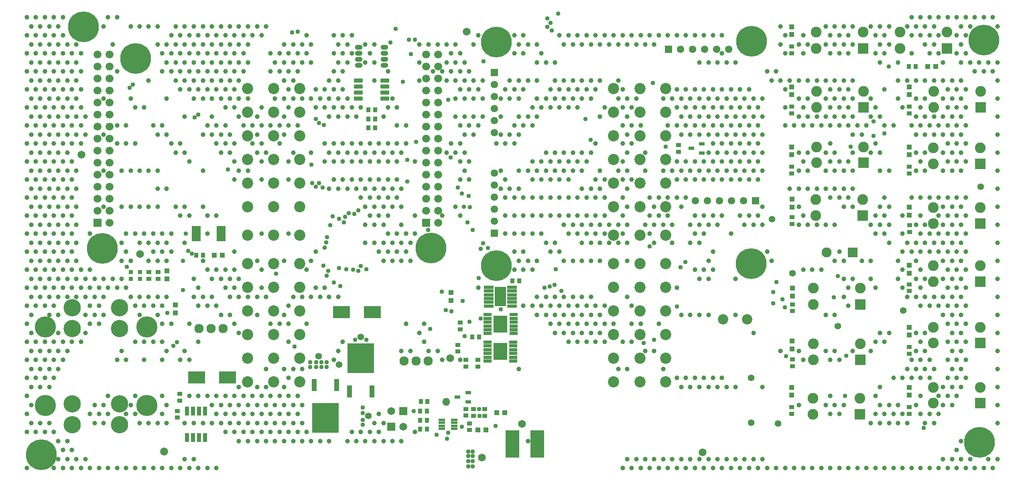
<source format=gts>
G04*
G04 #@! TF.GenerationSoftware,Altium Limited,Altium Designer,22.11.1 (43)*
G04*
G04 Layer_Color=8388736*
%FSLAX23Y23*%
%MOIN*%
G70*
G04*
G04 #@! TF.SameCoordinates,FD0B0D1A-97A4-46D0-9F7C-2B5E2F8B1952*
G04*
G04*
G04 #@! TF.FilePolarity,Negative*
G04*
G01*
G75*
%ADD26R,0.039X0.039*%
%ADD32R,0.039X0.039*%
%ADD46R,0.034X0.041*%
%ADD47R,0.042X0.101*%
%ADD48R,0.223X0.245*%
%ADD49R,0.036X0.036*%
%ADD50R,0.041X0.037*%
%ADD51R,0.041X0.034*%
%ADD52R,0.066X0.030*%
%ADD53R,0.116X0.144*%
%ADD54R,0.144X0.104*%
%ADD55R,0.037X0.041*%
%ADD56R,0.051X0.030*%
%ADD57R,0.093X0.160*%
%ADD58R,0.084X0.026*%
%ADD59R,0.112X0.226*%
%ADD60R,0.032X0.075*%
G04:AMPARAMS|DCode=61|XSize=32mil|YSize=71mil|CornerRadius=5mil|HoleSize=0mil|Usage=FLASHONLY|Rotation=270.000|XOffset=0mil|YOffset=0mil|HoleType=Round|Shape=RoundedRectangle|*
%AMROUNDEDRECTD61*
21,1,0.032,0.061,0,0,270.0*
21,1,0.022,0.071,0,0,270.0*
1,1,0.010,-0.031,-0.011*
1,1,0.010,-0.031,0.011*
1,1,0.010,0.031,0.011*
1,1,0.010,0.031,-0.011*
%
%ADD61ROUNDEDRECTD61*%
%ADD62O,0.063X0.041*%
%ADD63R,0.054X0.022*%
%ADD64R,0.076X0.130*%
%ADD65C,0.144*%
%ADD66C,0.093*%
%ADD67C,0.077*%
%ADD68C,0.065*%
%ADD69R,0.065X0.065*%
%ADD70C,0.061*%
%ADD71R,0.061X0.061*%
%ADD72C,0.066*%
%ADD73R,0.066X0.066*%
%ADD74C,0.086*%
%ADD75R,0.089X0.089*%
%ADD76C,0.089*%
%ADD77C,0.083*%
%ADD78R,0.083X0.083*%
%ADD79R,0.061X0.061*%
%ADD80O,0.065X0.065*%
%ADD81O,0.065X0.067*%
%ADD82C,0.039*%
%ADD83C,0.037*%
%ADD84C,0.056*%
%ADD85C,0.256*%
%ADD86C,0.176*%
D26*
X3824Y2444D02*
D03*
Y2510D02*
D03*
X1465Y2691D02*
D03*
X6655Y4723D02*
D03*
Y4657D02*
D03*
X6658Y3288D02*
D03*
Y3221D02*
D03*
X6655Y3723D02*
D03*
Y3657D02*
D03*
X6659Y2042D02*
D03*
Y2108D02*
D03*
X7630Y2671D02*
D03*
Y2738D02*
D03*
Y4157D02*
D03*
Y4223D02*
D03*
Y3723D02*
D03*
Y3657D02*
D03*
Y2157D02*
D03*
Y2223D02*
D03*
X6655Y1723D02*
D03*
Y1657D02*
D03*
X6662Y2548D02*
D03*
Y2481D02*
D03*
X6655Y4157D02*
D03*
Y4223D02*
D03*
X7630Y1657D02*
D03*
Y1723D02*
D03*
X7632Y3221D02*
D03*
Y3155D02*
D03*
X1465Y2624D02*
D03*
X1535Y2408D02*
D03*
Y2342D02*
D03*
D32*
X4272Y1513D02*
D03*
X4206D02*
D03*
X4048Y1367D02*
D03*
X4115D02*
D03*
X7852Y4390D02*
D03*
X7785D02*
D03*
X1923Y2820D02*
D03*
X1857D02*
D03*
D46*
X3573Y1604D02*
D03*
X3629D02*
D03*
X3567Y1449D02*
D03*
X3623D02*
D03*
Y1524D02*
D03*
X3567D02*
D03*
X7629Y4390D02*
D03*
X7685D02*
D03*
X3623Y1374D02*
D03*
X3567D02*
D03*
X1763Y2820D02*
D03*
X1707D02*
D03*
D47*
X2876Y1743D02*
D03*
X2688D02*
D03*
X2981Y1687D02*
D03*
X3169D02*
D03*
D48*
X2782Y1467D02*
D03*
X3075Y1964D02*
D03*
D49*
X1240Y2680D02*
D03*
Y2625D02*
D03*
X1165Y2680D02*
D03*
Y2625D02*
D03*
D50*
X1315Y2625D02*
D03*
X1390D02*
D03*
Y2680D02*
D03*
X3947Y1894D02*
D03*
Y1950D02*
D03*
X4048Y1894D02*
D03*
Y1950D02*
D03*
X1550Y1470D02*
D03*
Y1526D02*
D03*
X1570Y1668D02*
D03*
Y1612D02*
D03*
X1315Y2680D02*
D03*
D51*
X3947Y1487D02*
D03*
Y1543D02*
D03*
X6655Y4558D02*
D03*
Y4502D02*
D03*
X6660Y2413D02*
D03*
Y2357D02*
D03*
X6655Y3502D02*
D03*
Y3558D02*
D03*
X7630Y2579D02*
D03*
Y2524D02*
D03*
X3882Y2021D02*
D03*
Y2076D02*
D03*
X3902Y2205D02*
D03*
Y2261D02*
D03*
X3977Y1423D02*
D03*
Y1367D02*
D03*
X6659Y3081D02*
D03*
Y3137D02*
D03*
X4106Y1486D02*
D03*
Y1542D02*
D03*
X6655Y1558D02*
D03*
Y1502D02*
D03*
X6661Y1954D02*
D03*
Y1898D02*
D03*
X6655Y4002D02*
D03*
Y4058D02*
D03*
X7630Y1558D02*
D03*
Y1502D02*
D03*
Y2002D02*
D03*
Y2058D02*
D03*
Y4058D02*
D03*
Y4002D02*
D03*
Y3502D02*
D03*
Y3558D02*
D03*
X4010Y1486D02*
D03*
Y1542D02*
D03*
X7634Y3016D02*
D03*
Y3072D02*
D03*
X5715Y3682D02*
D03*
Y3738D02*
D03*
D52*
X4129Y2327D02*
D03*
Y2296D02*
D03*
Y2264D02*
D03*
Y2233D02*
D03*
Y2201D02*
D03*
Y2170D02*
D03*
X4343D02*
D03*
Y2201D02*
D03*
Y2233D02*
D03*
Y2264D02*
D03*
Y2296D02*
D03*
Y2327D02*
D03*
X4342Y2099D02*
D03*
Y2067D02*
D03*
Y2036D02*
D03*
Y2004D02*
D03*
Y1973D02*
D03*
Y1941D02*
D03*
X4128D02*
D03*
Y1973D02*
D03*
Y2004D02*
D03*
Y2036D02*
D03*
Y2067D02*
D03*
Y2099D02*
D03*
D53*
X4236Y2249D02*
D03*
X4235Y2020D02*
D03*
D54*
X2915Y2348D02*
D03*
X3171D02*
D03*
X1712Y1805D02*
D03*
X1968D02*
D03*
D55*
X3137Y3955D02*
D03*
X3193D02*
D03*
X4001Y2140D02*
D03*
X4057D02*
D03*
X4335Y2608D02*
D03*
X4391D02*
D03*
X3137Y4030D02*
D03*
X3193D02*
D03*
Y3880D02*
D03*
X3137D02*
D03*
D56*
X5909Y3673D02*
D03*
Y3747D02*
D03*
X5821Y3710D02*
D03*
X3967Y1603D02*
D03*
Y1678D02*
D03*
X3878Y1641D02*
D03*
D57*
X4235Y2477D02*
D03*
D58*
X4332Y2556D02*
D03*
Y2524D02*
D03*
Y2493D02*
D03*
Y2461D02*
D03*
Y2430D02*
D03*
Y2398D02*
D03*
X4138D02*
D03*
Y2430D02*
D03*
Y2461D02*
D03*
Y2493D02*
D03*
Y2524D02*
D03*
Y2556D02*
D03*
D59*
X4542Y1253D02*
D03*
X4334D02*
D03*
D60*
X1730Y1305D02*
D03*
X1780D02*
D03*
Y1525D02*
D03*
X1730D02*
D03*
X1680D02*
D03*
X1630D02*
D03*
X1680Y1305D02*
D03*
X1630D02*
D03*
D61*
X3276Y4125D02*
D03*
Y4175D02*
D03*
Y4225D02*
D03*
Y4275D02*
D03*
X3054Y4125D02*
D03*
Y4175D02*
D03*
Y4225D02*
D03*
Y4275D02*
D03*
D62*
X3058Y4550D02*
D03*
Y4500D02*
D03*
Y4450D02*
D03*
Y4400D02*
D03*
X3272Y4550D02*
D03*
Y4500D02*
D03*
Y4450D02*
D03*
Y4400D02*
D03*
D63*
X3748Y1453D02*
D03*
Y1428D02*
D03*
Y1402D02*
D03*
Y1377D02*
D03*
X3852D02*
D03*
Y1402D02*
D03*
Y1428D02*
D03*
Y1453D02*
D03*
D64*
X1913Y3000D02*
D03*
X1707D02*
D03*
D65*
X678Y2384D02*
D03*
Y2211D02*
D03*
X1072Y2384D02*
D03*
Y2211D02*
D03*
Y1412D02*
D03*
Y1585D02*
D03*
X678Y1412D02*
D03*
Y1585D02*
D03*
D66*
X2352Y2988D02*
D03*
Y1768D02*
D03*
X2135D02*
D03*
X2568Y1964D02*
D03*
X2135Y3224D02*
D03*
Y4208D02*
D03*
X2352D02*
D03*
X2568D02*
D03*
X2135Y4012D02*
D03*
X2352D02*
D03*
X2568D02*
D03*
X2135Y3815D02*
D03*
X2352D02*
D03*
X2568D02*
D03*
X2135Y3618D02*
D03*
X2352D02*
D03*
X2568D02*
D03*
X2135Y3421D02*
D03*
X2352D02*
D03*
X2568D02*
D03*
X2352Y3224D02*
D03*
X2568D02*
D03*
X2135Y2988D02*
D03*
X2568D02*
D03*
X2135Y2752D02*
D03*
X2352D02*
D03*
X2568D02*
D03*
X2135Y2555D02*
D03*
X2352D02*
D03*
X2568D02*
D03*
X2135Y2358D02*
D03*
X2352D02*
D03*
X2568D02*
D03*
X2135Y2161D02*
D03*
X2352D02*
D03*
X2135Y1964D02*
D03*
X2352D02*
D03*
X2568Y1768D02*
D03*
Y2161D02*
D03*
X5176Y2752D02*
D03*
X5393Y3815D02*
D03*
Y4012D02*
D03*
X5176Y4208D02*
D03*
X5393D02*
D03*
X5609D02*
D03*
X5176Y4012D02*
D03*
X5609D02*
D03*
X5176Y3815D02*
D03*
X5609D02*
D03*
X5176Y3618D02*
D03*
X5393D02*
D03*
X5609D02*
D03*
X5176Y3421D02*
D03*
X5393D02*
D03*
X5609D02*
D03*
X5176Y3224D02*
D03*
X5393D02*
D03*
X5609D02*
D03*
X5176Y2988D02*
D03*
X5393D02*
D03*
X5609D02*
D03*
X5393Y2752D02*
D03*
X5609D02*
D03*
X5176Y2555D02*
D03*
X5393D02*
D03*
X5609D02*
D03*
X5176Y2358D02*
D03*
X5609D02*
D03*
X5176Y2161D02*
D03*
X5393D02*
D03*
X5609D02*
D03*
X5176Y1964D02*
D03*
X5393D02*
D03*
X5609D02*
D03*
X5176Y1768D02*
D03*
X5609D02*
D03*
X5393Y2358D02*
D03*
Y1768D02*
D03*
D67*
X1731Y2211D02*
D03*
X1831D02*
D03*
X1931D02*
D03*
X3636Y1943D02*
D03*
X3536D02*
D03*
X3436D02*
D03*
D68*
X3819Y1964D02*
D03*
X1240Y2832D02*
D03*
X3428Y1396D02*
D03*
X3328Y1524D02*
D03*
X5915Y1180D02*
D03*
X3954Y4680D02*
D03*
X4081Y1137D02*
D03*
X4415Y1419D02*
D03*
X756Y3657D02*
D03*
D69*
X3328Y1396D02*
D03*
X3428Y1524D02*
D03*
D70*
X6130Y4535D02*
D03*
X6030D02*
D03*
X5930D02*
D03*
X5830D02*
D03*
X5730D02*
D03*
X5855Y3275D02*
D03*
X5955D02*
D03*
X6055D02*
D03*
X6155D02*
D03*
X6255D02*
D03*
X4185Y4240D02*
D03*
Y4140D02*
D03*
Y4040D02*
D03*
Y3940D02*
D03*
Y3840D02*
D03*
Y3105D02*
D03*
Y3205D02*
D03*
Y3305D02*
D03*
Y3405D02*
D03*
Y3505D02*
D03*
D71*
X5630Y4535D02*
D03*
X6355Y3275D02*
D03*
D72*
X3618Y3290D02*
D03*
Y3390D02*
D03*
X3718Y4490D02*
D03*
Y4390D02*
D03*
X3618Y4490D02*
D03*
Y4390D02*
D03*
X3718Y4290D02*
D03*
Y4190D02*
D03*
Y4090D02*
D03*
Y3990D02*
D03*
Y3890D02*
D03*
Y3790D02*
D03*
Y3690D02*
D03*
Y3590D02*
D03*
Y3490D02*
D03*
Y3390D02*
D03*
Y3290D02*
D03*
Y3190D02*
D03*
Y3090D02*
D03*
X3618Y4290D02*
D03*
Y4190D02*
D03*
Y4090D02*
D03*
Y3990D02*
D03*
Y3890D02*
D03*
Y3790D02*
D03*
Y3690D02*
D03*
Y3590D02*
D03*
Y3490D02*
D03*
Y3190D02*
D03*
X989Y4490D02*
D03*
Y4390D02*
D03*
X889Y4490D02*
D03*
Y4390D02*
D03*
X989Y4290D02*
D03*
Y4190D02*
D03*
Y4090D02*
D03*
Y3990D02*
D03*
Y3790D02*
D03*
Y3690D02*
D03*
Y3590D02*
D03*
Y3490D02*
D03*
Y3390D02*
D03*
Y3290D02*
D03*
Y3190D02*
D03*
Y3090D02*
D03*
X889Y4290D02*
D03*
Y4190D02*
D03*
Y4090D02*
D03*
Y3990D02*
D03*
Y3890D02*
D03*
Y3790D02*
D03*
Y3690D02*
D03*
Y3490D02*
D03*
Y3390D02*
D03*
Y3290D02*
D03*
Y3190D02*
D03*
X989Y3890D02*
D03*
X889Y3590D02*
D03*
D73*
X3618Y3090D02*
D03*
X889D02*
D03*
D74*
X6086Y2287D02*
D03*
X6286D02*
D03*
D75*
X7249Y4543D02*
D03*
X7223Y2413D02*
D03*
X7244Y3152D02*
D03*
X7250Y3590D02*
D03*
X8221Y2601D02*
D03*
X8220Y2090D02*
D03*
X8225Y4050D02*
D03*
X8221Y3581D02*
D03*
X7222Y1499D02*
D03*
X7223Y1951D02*
D03*
X7250Y4050D02*
D03*
X8220Y1590D02*
D03*
X8221Y3085D02*
D03*
X7945Y4543D02*
D03*
D76*
X6859D02*
D03*
Y4677D02*
D03*
X7249D02*
D03*
X7223Y2547D02*
D03*
X6833D02*
D03*
Y2413D02*
D03*
X6854Y3152D02*
D03*
Y3286D02*
D03*
X7244D02*
D03*
X6860Y3590D02*
D03*
Y3723D02*
D03*
X7250D02*
D03*
X8221Y2735D02*
D03*
X7831D02*
D03*
Y2601D02*
D03*
X7830Y2090D02*
D03*
Y2223D02*
D03*
X8220D02*
D03*
X8225Y4184D02*
D03*
X7835D02*
D03*
Y4050D02*
D03*
X8221Y3715D02*
D03*
X7831D02*
D03*
Y3581D02*
D03*
X7222Y1633D02*
D03*
X6832D02*
D03*
Y1499D02*
D03*
X7223Y2085D02*
D03*
X6833D02*
D03*
Y1951D02*
D03*
X7250Y4184D02*
D03*
X6860D02*
D03*
Y4050D02*
D03*
X8220Y1723D02*
D03*
X7830D02*
D03*
Y1590D02*
D03*
X7831Y3085D02*
D03*
Y3219D02*
D03*
X8221D02*
D03*
X7555Y4543D02*
D03*
Y4677D02*
D03*
X7945D02*
D03*
D77*
X6944Y2846D02*
D03*
D78*
X7160D02*
D03*
D79*
X4185Y4340D02*
D03*
Y3005D02*
D03*
D80*
X3784Y1603D02*
D03*
D81*
X1442Y1189D02*
D03*
D82*
X8325Y4800D02*
D03*
X8363Y4725D02*
D03*
Y4425D02*
D03*
X8325Y4350D02*
D03*
X8363Y4275D02*
D03*
Y4125D02*
D03*
Y3975D02*
D03*
Y3825D02*
D03*
Y3675D02*
D03*
Y3525D02*
D03*
Y3375D02*
D03*
Y3225D02*
D03*
Y3075D02*
D03*
Y2925D02*
D03*
Y2775D02*
D03*
Y2625D02*
D03*
Y2475D02*
D03*
Y2325D02*
D03*
Y2175D02*
D03*
Y2025D02*
D03*
Y1875D02*
D03*
Y1725D02*
D03*
Y1575D02*
D03*
Y1425D02*
D03*
Y1125D02*
D03*
X8325Y1050D02*
D03*
X8250Y4800D02*
D03*
X8288Y4425D02*
D03*
X8250Y4350D02*
D03*
X8288Y1125D02*
D03*
X8250Y1050D02*
D03*
X8175Y4800D02*
D03*
X8212Y4425D02*
D03*
X8175Y4350D02*
D03*
Y1050D02*
D03*
X8100Y4800D02*
D03*
X8137Y4725D02*
D03*
X8100Y4650D02*
D03*
Y4500D02*
D03*
X8137Y4425D02*
D03*
X8100Y4200D02*
D03*
Y4050D02*
D03*
Y3900D02*
D03*
Y3750D02*
D03*
Y3600D02*
D03*
Y3300D02*
D03*
Y3150D02*
D03*
Y3000D02*
D03*
Y2850D02*
D03*
Y2700D02*
D03*
Y2550D02*
D03*
Y2400D02*
D03*
Y2250D02*
D03*
Y2100D02*
D03*
Y1950D02*
D03*
Y1800D02*
D03*
X8137Y1125D02*
D03*
X8100Y1050D02*
D03*
X8025Y4800D02*
D03*
X8062Y4725D02*
D03*
X8025Y4650D02*
D03*
X8062Y4575D02*
D03*
X8025Y4500D02*
D03*
X8062Y4425D02*
D03*
Y4275D02*
D03*
X8025Y4200D02*
D03*
X8062Y4125D02*
D03*
X8025Y4050D02*
D03*
X8062Y3975D02*
D03*
X8025Y3900D02*
D03*
X8062Y3825D02*
D03*
X8025Y3750D02*
D03*
X8062Y3675D02*
D03*
X8025Y3600D02*
D03*
X8062Y3525D02*
D03*
X8025Y3300D02*
D03*
X8062Y3225D02*
D03*
X8025Y3150D02*
D03*
X8062Y3075D02*
D03*
X8025Y3000D02*
D03*
X8062Y2925D02*
D03*
X8025Y2850D02*
D03*
X8062Y2775D02*
D03*
X8025Y2700D02*
D03*
X8062Y2625D02*
D03*
X8025Y2550D02*
D03*
X8062Y2475D02*
D03*
X8025Y2400D02*
D03*
X8062Y2325D02*
D03*
X8025Y2250D02*
D03*
X8062Y2175D02*
D03*
X8025Y2100D02*
D03*
X8062Y2025D02*
D03*
X8025Y1950D02*
D03*
X8062Y1875D02*
D03*
X8025Y1800D02*
D03*
X8062Y1725D02*
D03*
X8025Y1650D02*
D03*
X8062Y1275D02*
D03*
X8025Y1200D02*
D03*
X8062Y1125D02*
D03*
X8025Y1050D02*
D03*
X7950Y4800D02*
D03*
X7988Y4275D02*
D03*
X7950Y4200D02*
D03*
X7988Y4125D02*
D03*
X7950Y4050D02*
D03*
X7988Y3975D02*
D03*
X7950Y3900D02*
D03*
X7988Y3825D02*
D03*
X7950Y3750D02*
D03*
X7988Y3675D02*
D03*
X7950Y3600D02*
D03*
X7988Y3525D02*
D03*
X7950Y3300D02*
D03*
X7988Y3225D02*
D03*
X7950Y3150D02*
D03*
X7988Y3075D02*
D03*
X7950Y3000D02*
D03*
X7988Y2925D02*
D03*
X7950Y2850D02*
D03*
X7988Y2775D02*
D03*
X7950Y2700D02*
D03*
X7988Y2625D02*
D03*
X7950Y2550D02*
D03*
X7988Y2475D02*
D03*
X7950Y2400D02*
D03*
X7988Y2325D02*
D03*
X7950Y2250D02*
D03*
X7988Y2175D02*
D03*
X7950Y2100D02*
D03*
X7988Y2025D02*
D03*
X7950Y1950D02*
D03*
X7988Y1875D02*
D03*
X7950Y1800D02*
D03*
X7988Y1725D02*
D03*
X7950Y1650D02*
D03*
X7988Y1575D02*
D03*
Y1125D02*
D03*
X7950Y1050D02*
D03*
X7875Y4800D02*
D03*
Y4650D02*
D03*
Y4500D02*
D03*
X7912Y4425D02*
D03*
Y4275D02*
D03*
Y4125D02*
D03*
Y3975D02*
D03*
X7875Y3900D02*
D03*
X7912Y3825D02*
D03*
Y3675D02*
D03*
Y3525D02*
D03*
X7875Y3300D02*
D03*
X7912Y3225D02*
D03*
X7875Y3150D02*
D03*
X7912Y3075D02*
D03*
X7875Y3000D02*
D03*
X7912Y2925D02*
D03*
X7875Y2850D02*
D03*
X7912Y2775D02*
D03*
Y2625D02*
D03*
Y2475D02*
D03*
X7875Y2400D02*
D03*
X7912Y2325D02*
D03*
Y1725D02*
D03*
X7875Y1650D02*
D03*
X7912Y1575D02*
D03*
X7875Y1500D02*
D03*
X7912Y1125D02*
D03*
X7875Y1050D02*
D03*
X7800Y4800D02*
D03*
X7838Y4725D02*
D03*
X7800Y4650D02*
D03*
X7838Y4575D02*
D03*
X7800Y4500D02*
D03*
X7838Y4275D02*
D03*
Y3975D02*
D03*
X7800Y3900D02*
D03*
X7838Y3825D02*
D03*
X7800Y3300D02*
D03*
Y3000D02*
D03*
X7838Y2925D02*
D03*
X7800Y2850D02*
D03*
X7838Y2475D02*
D03*
X7800Y2400D02*
D03*
Y1950D02*
D03*
X7838Y1875D02*
D03*
X7800Y1800D02*
D03*
Y1500D02*
D03*
X7838Y1425D02*
D03*
X7800Y1050D02*
D03*
X7725Y4800D02*
D03*
X7762Y4725D02*
D03*
X7725Y4650D02*
D03*
X7762Y4575D02*
D03*
Y4275D02*
D03*
Y4125D02*
D03*
X7725Y4050D02*
D03*
X7762Y3975D02*
D03*
X7725Y3900D02*
D03*
X7762Y3825D02*
D03*
Y3675D02*
D03*
X7725Y3600D02*
D03*
X7762Y3525D02*
D03*
X7725Y3300D02*
D03*
Y3150D02*
D03*
X7762Y3075D02*
D03*
X7725Y3000D02*
D03*
X7762Y2925D02*
D03*
X7725Y2850D02*
D03*
Y2700D02*
D03*
X7762Y2625D02*
D03*
X7725Y2550D02*
D03*
X7762Y2475D02*
D03*
X7725Y2400D02*
D03*
X7762Y2175D02*
D03*
X7725Y2100D02*
D03*
X7762Y2025D02*
D03*
X7725Y1950D02*
D03*
X7762Y1875D02*
D03*
X7725Y1800D02*
D03*
Y1650D02*
D03*
Y1500D02*
D03*
X7762Y1425D02*
D03*
X7725Y1050D02*
D03*
X7650Y4800D02*
D03*
X7688Y4725D02*
D03*
X7650Y4650D02*
D03*
Y4500D02*
D03*
X7688Y4275D02*
D03*
Y4125D02*
D03*
Y3975D02*
D03*
X7650Y3900D02*
D03*
X7688Y3825D02*
D03*
Y3675D02*
D03*
Y3525D02*
D03*
X7650Y3300D02*
D03*
X7688Y3075D02*
D03*
Y2925D02*
D03*
X7650Y2850D02*
D03*
X7688Y2775D02*
D03*
Y2625D02*
D03*
Y2475D02*
D03*
Y2175D02*
D03*
Y2025D02*
D03*
X7650Y1950D02*
D03*
X7688Y1875D02*
D03*
X7650Y1800D02*
D03*
X7688Y1575D02*
D03*
X7650Y1050D02*
D03*
X7613Y4725D02*
D03*
Y4275D02*
D03*
X7575Y4050D02*
D03*
Y3150D02*
D03*
Y3000D02*
D03*
X7613Y2925D02*
D03*
X7575Y2850D02*
D03*
Y2700D02*
D03*
Y2550D02*
D03*
X7613Y2475D02*
D03*
Y1875D02*
D03*
X7575Y1800D02*
D03*
Y1500D02*
D03*
X7613Y1425D02*
D03*
X7575Y1050D02*
D03*
X7537Y4425D02*
D03*
Y4275D02*
D03*
Y4125D02*
D03*
X7500Y3900D02*
D03*
X7537Y2775D02*
D03*
Y2625D02*
D03*
X7500Y1800D02*
D03*
X7537Y1575D02*
D03*
X7500Y1500D02*
D03*
X7537Y1425D02*
D03*
X7500Y1050D02*
D03*
X7463Y4725D02*
D03*
X7425Y4650D02*
D03*
X7463Y4575D02*
D03*
X7425Y4500D02*
D03*
Y4200D02*
D03*
Y3900D02*
D03*
X7463Y3525D02*
D03*
X7425Y3300D02*
D03*
X7463Y3225D02*
D03*
X7425Y3150D02*
D03*
X7463Y3075D02*
D03*
X7425Y3000D02*
D03*
X7463Y2925D02*
D03*
Y2175D02*
D03*
X7425Y2100D02*
D03*
X7463Y1575D02*
D03*
X7425Y1500D02*
D03*
X7463Y1425D02*
D03*
X7425Y1050D02*
D03*
X7387Y4725D02*
D03*
X7350Y4650D02*
D03*
X7387Y4575D02*
D03*
X7350Y4500D02*
D03*
X7387Y4425D02*
D03*
X7350Y4050D02*
D03*
X7387Y3975D02*
D03*
X7350Y3750D02*
D03*
X7387Y3675D02*
D03*
Y3525D02*
D03*
Y3225D02*
D03*
X7350Y3150D02*
D03*
X7387Y3075D02*
D03*
X7350Y3000D02*
D03*
Y2550D02*
D03*
X7387Y2175D02*
D03*
X7350Y2100D02*
D03*
X7387Y1725D02*
D03*
X7350Y1650D02*
D03*
X7387Y1575D02*
D03*
X7350Y1500D02*
D03*
X7387Y1425D02*
D03*
X7350Y1050D02*
D03*
X7312Y4725D02*
D03*
Y4125D02*
D03*
Y3975D02*
D03*
X7275Y3900D02*
D03*
X7312Y3675D02*
D03*
Y3075D02*
D03*
Y2775D02*
D03*
Y2625D02*
D03*
Y2025D02*
D03*
Y1425D02*
D03*
X7275Y1050D02*
D03*
X7200Y3900D02*
D03*
X7238Y3825D02*
D03*
Y2775D02*
D03*
X7200Y1050D02*
D03*
X7162Y4725D02*
D03*
X7125Y4650D02*
D03*
X7162Y4575D02*
D03*
X7125Y4500D02*
D03*
X7162Y4275D02*
D03*
X7125Y4200D02*
D03*
X7162Y4125D02*
D03*
X7125Y4050D02*
D03*
X7162Y3975D02*
D03*
X7125Y3900D02*
D03*
X7162Y3825D02*
D03*
Y3675D02*
D03*
X7125Y3600D02*
D03*
X7162Y3525D02*
D03*
Y3375D02*
D03*
X7125Y3300D02*
D03*
X7162Y3225D02*
D03*
Y2625D02*
D03*
X7125Y2550D02*
D03*
Y2400D02*
D03*
X7162Y2025D02*
D03*
X7125Y1050D02*
D03*
X7088Y4725D02*
D03*
X7050Y4650D02*
D03*
X7088Y4575D02*
D03*
X7050Y4500D02*
D03*
X7088Y4275D02*
D03*
X7050Y4200D02*
D03*
X7088Y4125D02*
D03*
X7050Y4050D02*
D03*
X7088Y3975D02*
D03*
X7050Y3900D02*
D03*
Y3600D02*
D03*
X7088Y3525D02*
D03*
Y3375D02*
D03*
X7050Y3300D02*
D03*
X7088Y3225D02*
D03*
X7050Y2850D02*
D03*
X7088Y2775D02*
D03*
Y2625D02*
D03*
Y2475D02*
D03*
X7050Y1950D02*
D03*
X7088Y1575D02*
D03*
X7050Y1500D02*
D03*
Y1050D02*
D03*
X7012Y4725D02*
D03*
X6975Y4650D02*
D03*
X7012Y4575D02*
D03*
X6975Y4500D02*
D03*
X7012Y4275D02*
D03*
X6975Y4200D02*
D03*
X7012Y4125D02*
D03*
X6975Y4050D02*
D03*
X7012Y3975D02*
D03*
X6975Y3900D02*
D03*
Y3750D02*
D03*
X7012Y3675D02*
D03*
X6975Y3600D02*
D03*
X7012Y3525D02*
D03*
Y3375D02*
D03*
X6975Y3300D02*
D03*
X7012Y3075D02*
D03*
Y2775D02*
D03*
Y2325D02*
D03*
Y2025D02*
D03*
X6975Y1950D02*
D03*
Y1650D02*
D03*
X7012Y1575D02*
D03*
X6975Y1500D02*
D03*
Y1050D02*
D03*
X6938Y4725D02*
D03*
Y4575D02*
D03*
Y4275D02*
D03*
Y4125D02*
D03*
Y3975D02*
D03*
X6900Y3900D02*
D03*
X6938Y3675D02*
D03*
Y3525D02*
D03*
Y3375D02*
D03*
Y3075D02*
D03*
X6900Y2700D02*
D03*
X6938Y2325D02*
D03*
Y2025D02*
D03*
Y1575D02*
D03*
X6900Y1050D02*
D03*
X6863Y4275D02*
D03*
Y3975D02*
D03*
X6825Y3900D02*
D03*
X6863Y3375D02*
D03*
Y3075D02*
D03*
X6825Y2700D02*
D03*
Y1050D02*
D03*
X6750Y4650D02*
D03*
X6787Y4575D02*
D03*
X6750Y4500D02*
D03*
X6787Y4275D02*
D03*
Y4125D02*
D03*
X6750Y4050D02*
D03*
X6787Y3975D02*
D03*
X6750Y3900D02*
D03*
X6787Y3675D02*
D03*
X6750Y3600D02*
D03*
X6787Y3525D02*
D03*
Y3375D02*
D03*
X6750Y3150D02*
D03*
X6787Y3075D02*
D03*
X6750Y2700D02*
D03*
Y1950D02*
D03*
Y1050D02*
D03*
X6713Y4575D02*
D03*
Y4275D02*
D03*
Y4125D02*
D03*
Y3975D02*
D03*
X6675Y3900D02*
D03*
X6713Y3675D02*
D03*
Y3525D02*
D03*
Y3375D02*
D03*
Y3225D02*
D03*
Y3075D02*
D03*
Y2025D02*
D03*
Y1575D02*
D03*
X6675Y1050D02*
D03*
X6600Y4650D02*
D03*
Y4500D02*
D03*
X6637Y4275D02*
D03*
X6600Y4200D02*
D03*
Y4050D02*
D03*
Y3900D02*
D03*
X6637Y3375D02*
D03*
X6600Y1050D02*
D03*
X6562Y4725D02*
D03*
Y4575D02*
D03*
X6525Y4350D02*
D03*
X6562Y4275D02*
D03*
Y2025D02*
D03*
X6525Y1050D02*
D03*
X6450Y4350D02*
D03*
X6488Y4275D02*
D03*
X6450Y2850D02*
D03*
X6488Y2775D02*
D03*
X6450Y1050D02*
D03*
X6412Y4125D02*
D03*
X6375Y4050D02*
D03*
X6412Y3975D02*
D03*
X6375Y3900D02*
D03*
X6412Y3825D02*
D03*
X6375Y3750D02*
D03*
X6412Y3675D02*
D03*
X6375Y3600D02*
D03*
X6412Y3525D02*
D03*
X6375Y3450D02*
D03*
X6412Y3225D02*
D03*
X6375Y3150D02*
D03*
X6412Y3075D02*
D03*
Y1725D02*
D03*
Y1125D02*
D03*
X6375Y1050D02*
D03*
X6300Y4200D02*
D03*
X6338Y4125D02*
D03*
X6300Y4050D02*
D03*
X6338Y3975D02*
D03*
X6300Y3900D02*
D03*
X6338Y3825D02*
D03*
X6300Y3750D02*
D03*
X6338Y3675D02*
D03*
X6300Y3600D02*
D03*
X6338Y3525D02*
D03*
X6300Y3450D02*
D03*
Y3150D02*
D03*
X6338Y3075D02*
D03*
Y2175D02*
D03*
Y1125D02*
D03*
X6300Y1050D02*
D03*
X6225Y4200D02*
D03*
X6262Y4125D02*
D03*
X6225Y4050D02*
D03*
X6262Y3975D02*
D03*
X6225Y3900D02*
D03*
X6262Y3825D02*
D03*
X6225Y3750D02*
D03*
X6262Y3675D02*
D03*
X6225Y3600D02*
D03*
X6262Y3525D02*
D03*
X6225Y3450D02*
D03*
Y3150D02*
D03*
X6262Y3075D02*
D03*
Y1125D02*
D03*
X6225Y1050D02*
D03*
X6188Y4425D02*
D03*
X6150Y4200D02*
D03*
X6188Y4125D02*
D03*
X6150Y4050D02*
D03*
X6188Y3975D02*
D03*
X6150Y3900D02*
D03*
X6188Y3825D02*
D03*
X6150Y3750D02*
D03*
X6188Y3675D02*
D03*
X6150Y3600D02*
D03*
X6188Y3525D02*
D03*
X6150Y3450D02*
D03*
Y3000D02*
D03*
X6188Y2625D02*
D03*
Y2325D02*
D03*
Y1725D02*
D03*
Y1125D02*
D03*
X6150Y1050D02*
D03*
X6075Y4650D02*
D03*
Y4500D02*
D03*
X6113Y4425D02*
D03*
X6075Y4200D02*
D03*
X6113Y4125D02*
D03*
X6075Y4050D02*
D03*
X6113Y3975D02*
D03*
X6075Y3900D02*
D03*
X6113Y3825D02*
D03*
X6075Y3750D02*
D03*
X6113Y3675D02*
D03*
X6075Y3600D02*
D03*
X6113Y3525D02*
D03*
X6075Y3450D02*
D03*
Y3150D02*
D03*
Y1800D02*
D03*
X6113Y1725D02*
D03*
Y1125D02*
D03*
X6075Y1050D02*
D03*
X6000Y4650D02*
D03*
X6037Y4425D02*
D03*
X6000Y4200D02*
D03*
X6037Y4125D02*
D03*
X6000Y4050D02*
D03*
X6037Y3975D02*
D03*
X6000Y3900D02*
D03*
X6037Y3825D02*
D03*
X6000Y3750D02*
D03*
X6037Y3675D02*
D03*
X6000Y3600D02*
D03*
X6037Y3525D02*
D03*
X6000Y3450D02*
D03*
Y3150D02*
D03*
X6037Y3075D02*
D03*
X6000Y2850D02*
D03*
Y2700D02*
D03*
Y1800D02*
D03*
X6037Y1725D02*
D03*
Y1125D02*
D03*
X6000Y1050D02*
D03*
X5925Y4650D02*
D03*
X5963Y4425D02*
D03*
X5925Y4200D02*
D03*
X5963Y4125D02*
D03*
X5925Y4050D02*
D03*
X5963Y3975D02*
D03*
X5925Y3900D02*
D03*
X5963Y3825D02*
D03*
Y3675D02*
D03*
X5925Y3600D02*
D03*
X5963Y3525D02*
D03*
X5925Y3450D02*
D03*
Y3150D02*
D03*
X5963Y3075D02*
D03*
X5925Y3000D02*
D03*
X5963Y2775D02*
D03*
X5925Y2700D02*
D03*
X5963Y2625D02*
D03*
Y2325D02*
D03*
X5925Y1800D02*
D03*
X5963Y1725D02*
D03*
Y1125D02*
D03*
X5925Y1050D02*
D03*
X5850Y4650D02*
D03*
X5887Y4425D02*
D03*
X5850Y4200D02*
D03*
X5887Y4125D02*
D03*
X5850Y4050D02*
D03*
X5887Y3975D02*
D03*
X5850Y3900D02*
D03*
X5887Y3825D02*
D03*
X5850Y3600D02*
D03*
X5887Y3525D02*
D03*
X5850Y3450D02*
D03*
Y3150D02*
D03*
X5887Y3075D02*
D03*
X5850Y3000D02*
D03*
X5887Y2925D02*
D03*
X5850Y2700D02*
D03*
X5887Y2625D02*
D03*
Y2325D02*
D03*
X5850Y1800D02*
D03*
X5887Y1725D02*
D03*
Y1125D02*
D03*
X5850Y1050D02*
D03*
X5775Y4650D02*
D03*
Y4200D02*
D03*
X5812Y4125D02*
D03*
X5775Y4050D02*
D03*
X5812Y3975D02*
D03*
X5775Y3900D02*
D03*
X5812Y3825D02*
D03*
X5775Y3600D02*
D03*
X5812Y3525D02*
D03*
X5775Y3450D02*
D03*
Y3300D02*
D03*
X5812Y3075D02*
D03*
Y2925D02*
D03*
Y2325D02*
D03*
X5775Y1800D02*
D03*
X5812Y1725D02*
D03*
Y1125D02*
D03*
X5775Y1050D02*
D03*
X5700Y4650D02*
D03*
Y4200D02*
D03*
X5738Y4125D02*
D03*
X5700Y4050D02*
D03*
X5738Y3975D02*
D03*
X5700Y3900D02*
D03*
X5738Y3825D02*
D03*
X5700Y3600D02*
D03*
X5738Y3525D02*
D03*
X5700Y3450D02*
D03*
Y3300D02*
D03*
X5738Y3225D02*
D03*
X5700Y2550D02*
D03*
X5738Y2325D02*
D03*
X5700Y1800D02*
D03*
X5738Y1725D02*
D03*
Y1125D02*
D03*
X5700Y1050D02*
D03*
X5625Y4650D02*
D03*
X5662Y4125D02*
D03*
X5625Y3900D02*
D03*
X5662Y3525D02*
D03*
X5625Y3300D02*
D03*
Y3150D02*
D03*
X5662Y3075D02*
D03*
Y2925D02*
D03*
Y1125D02*
D03*
X5625Y1050D02*
D03*
X5550Y4650D02*
D03*
X5588Y4125D02*
D03*
Y3525D02*
D03*
X5550Y3300D02*
D03*
Y3150D02*
D03*
X5588Y3075D02*
D03*
X5550Y2250D02*
D03*
X5588Y1875D02*
D03*
Y1125D02*
D03*
X5550Y1050D02*
D03*
X5475Y4650D02*
D03*
X5512Y4575D02*
D03*
X5475Y3300D02*
D03*
X5512Y3225D02*
D03*
X5475Y3150D02*
D03*
X5512Y3075D02*
D03*
X5475Y3000D02*
D03*
X5512Y2925D02*
D03*
Y2025D02*
D03*
Y1125D02*
D03*
X5475Y1050D02*
D03*
X5400Y4650D02*
D03*
X5438Y4575D02*
D03*
X5400Y3900D02*
D03*
X5438Y3675D02*
D03*
Y3525D02*
D03*
Y3075D02*
D03*
X5400Y2250D02*
D03*
X5438Y2025D02*
D03*
Y1125D02*
D03*
X5400Y1050D02*
D03*
X5325Y4650D02*
D03*
X5363Y4575D02*
D03*
Y4125D02*
D03*
X5325Y4050D02*
D03*
Y3900D02*
D03*
Y3750D02*
D03*
Y3450D02*
D03*
Y2400D02*
D03*
Y2250D02*
D03*
Y2100D02*
D03*
X5363Y1125D02*
D03*
X5325Y1050D02*
D03*
X5250Y4650D02*
D03*
X5287Y4575D02*
D03*
X5250Y4200D02*
D03*
X5287Y4125D02*
D03*
X5250Y4050D02*
D03*
X5287Y3975D02*
D03*
X5250Y3900D02*
D03*
X5287Y3825D02*
D03*
X5250Y3750D02*
D03*
X5287Y3675D02*
D03*
X5250Y3600D02*
D03*
X5287Y3525D02*
D03*
X5250Y3450D02*
D03*
X5287Y3375D02*
D03*
X5250Y3300D02*
D03*
X5287Y3225D02*
D03*
X5250Y3150D02*
D03*
X5287Y3075D02*
D03*
X5250Y3000D02*
D03*
X5287Y2925D02*
D03*
Y2775D02*
D03*
Y2475D02*
D03*
X5250Y2100D02*
D03*
X5287Y1875D02*
D03*
Y1125D02*
D03*
X5250Y1050D02*
D03*
X5175Y4650D02*
D03*
X5213Y4575D02*
D03*
Y4275D02*
D03*
Y4125D02*
D03*
Y3525D02*
D03*
Y3075D02*
D03*
Y2925D02*
D03*
X5175Y2250D02*
D03*
X5213Y1875D02*
D03*
X5100Y4650D02*
D03*
X5137Y4575D02*
D03*
X5100Y4050D02*
D03*
Y3450D02*
D03*
Y3300D02*
D03*
Y3150D02*
D03*
X5137Y3075D02*
D03*
X5100Y3000D02*
D03*
X5137Y2925D02*
D03*
X5100Y2400D02*
D03*
Y2250D02*
D03*
Y2100D02*
D03*
X5025Y4650D02*
D03*
X5062Y4575D02*
D03*
Y4275D02*
D03*
X5025Y4200D02*
D03*
X5062Y3975D02*
D03*
X5025Y3750D02*
D03*
X5062Y3525D02*
D03*
X5025Y3450D02*
D03*
X5062Y3375D02*
D03*
X5025Y3300D02*
D03*
Y3150D02*
D03*
X5062Y3075D02*
D03*
X5025Y3000D02*
D03*
X5062Y2925D02*
D03*
Y2775D02*
D03*
X5025Y2400D02*
D03*
X5062Y2325D02*
D03*
X5025Y2250D02*
D03*
X5062Y2175D02*
D03*
X5025Y2100D02*
D03*
X4950Y4650D02*
D03*
X4988Y4575D02*
D03*
Y4275D02*
D03*
X4950Y4200D02*
D03*
X4988Y4125D02*
D03*
Y3675D02*
D03*
X4950Y3600D02*
D03*
X4988Y3375D02*
D03*
X4950Y3300D02*
D03*
Y3150D02*
D03*
X4988Y3075D02*
D03*
X4950Y3000D02*
D03*
X4988Y2925D02*
D03*
Y2775D02*
D03*
Y2475D02*
D03*
X4950Y2400D02*
D03*
X4988Y2325D02*
D03*
X4950Y2250D02*
D03*
X4988Y2175D02*
D03*
X4950Y2100D02*
D03*
X4875Y4650D02*
D03*
X4912Y4575D02*
D03*
Y4275D02*
D03*
X4875Y4200D02*
D03*
X4912Y4125D02*
D03*
X4875Y4050D02*
D03*
X4912Y3675D02*
D03*
X4875Y3600D02*
D03*
X4912Y3525D02*
D03*
Y3375D02*
D03*
X4875Y3300D02*
D03*
Y3150D02*
D03*
X4912Y3075D02*
D03*
X4875Y3000D02*
D03*
X4912Y2925D02*
D03*
Y2775D02*
D03*
Y2475D02*
D03*
X4875Y2400D02*
D03*
X4912Y2325D02*
D03*
X4875Y2250D02*
D03*
X4912Y2175D02*
D03*
X4875Y2100D02*
D03*
X4800Y4650D02*
D03*
X4838Y4575D02*
D03*
Y4275D02*
D03*
X4800Y4200D02*
D03*
X4838Y4125D02*
D03*
X4800Y4050D02*
D03*
X4838Y3675D02*
D03*
X4800Y3600D02*
D03*
X4838Y3525D02*
D03*
X4800Y3450D02*
D03*
Y3300D02*
D03*
Y3150D02*
D03*
X4838Y3075D02*
D03*
X4800Y3000D02*
D03*
X4838Y2775D02*
D03*
Y2475D02*
D03*
X4800Y2400D02*
D03*
X4838Y2325D02*
D03*
X4800Y2250D02*
D03*
X4838Y2175D02*
D03*
X4800Y2100D02*
D03*
X4725Y4650D02*
D03*
X4762Y4575D02*
D03*
Y4275D02*
D03*
X4725Y4200D02*
D03*
X4762Y4125D02*
D03*
X4725Y4050D02*
D03*
X4762Y3675D02*
D03*
X4725Y3600D02*
D03*
X4762Y3525D02*
D03*
X4725Y3450D02*
D03*
Y3300D02*
D03*
Y3150D02*
D03*
X4762Y3075D02*
D03*
X4725Y2850D02*
D03*
X4762Y2775D02*
D03*
Y2475D02*
D03*
X4725Y2400D02*
D03*
X4762Y2325D02*
D03*
X4725Y2250D02*
D03*
X4762Y2175D02*
D03*
X4688Y4425D02*
D03*
Y4275D02*
D03*
X4650Y4200D02*
D03*
X4688Y4125D02*
D03*
X4650Y4050D02*
D03*
X4688Y3675D02*
D03*
X4650Y3600D02*
D03*
X4688Y3525D02*
D03*
X4650Y3450D02*
D03*
Y3300D02*
D03*
Y3150D02*
D03*
X4688Y2925D02*
D03*
X4650Y2850D02*
D03*
X4688Y2475D02*
D03*
X4650Y2400D02*
D03*
X4688Y2325D02*
D03*
X4650Y2250D02*
D03*
X4688Y2175D02*
D03*
X4575Y4500D02*
D03*
X4613Y4425D02*
D03*
Y4125D02*
D03*
X4575Y4050D02*
D03*
X4613Y3675D02*
D03*
X4575Y3600D02*
D03*
X4613Y3525D02*
D03*
X4575Y3450D02*
D03*
Y3300D02*
D03*
Y3150D02*
D03*
Y3000D02*
D03*
X4613Y2925D02*
D03*
Y2475D02*
D03*
X4575Y2400D02*
D03*
X4613Y2325D02*
D03*
X4537Y4575D02*
D03*
Y4425D02*
D03*
Y4275D02*
D03*
Y4125D02*
D03*
X4500Y4050D02*
D03*
X4537Y3975D02*
D03*
X4500Y3900D02*
D03*
Y3600D02*
D03*
X4537Y3525D02*
D03*
X4500Y3450D02*
D03*
Y3300D02*
D03*
Y3150D02*
D03*
Y3000D02*
D03*
X4537Y2775D02*
D03*
X4500Y2700D02*
D03*
X4537Y2475D02*
D03*
X4500Y2400D02*
D03*
X4537Y2325D02*
D03*
X4425Y4650D02*
D03*
X4463Y4575D02*
D03*
X4425Y4500D02*
D03*
X4463Y4275D02*
D03*
X4425Y4200D02*
D03*
X4463Y3975D02*
D03*
X4425Y3900D02*
D03*
X4463Y3525D02*
D03*
X4425Y3300D02*
D03*
Y3150D02*
D03*
Y3000D02*
D03*
Y2850D02*
D03*
X4463Y2775D02*
D03*
X4425Y2700D02*
D03*
Y2400D02*
D03*
X4463Y1275D02*
D03*
X4350Y4650D02*
D03*
X4387Y4575D02*
D03*
X4350Y4500D02*
D03*
X4387Y4275D02*
D03*
X4350Y4200D02*
D03*
X4387Y4125D02*
D03*
Y3975D02*
D03*
X4350Y3900D02*
D03*
X4387Y3825D02*
D03*
X4350Y3750D02*
D03*
X4387Y3525D02*
D03*
Y3375D02*
D03*
X4350Y3300D02*
D03*
Y3150D02*
D03*
Y3000D02*
D03*
Y2850D02*
D03*
X4387Y2775D02*
D03*
X4350Y2700D02*
D03*
X4387Y1875D02*
D03*
X4312Y4275D02*
D03*
X4275Y4200D02*
D03*
X4312Y4125D02*
D03*
Y3825D02*
D03*
X4275Y3750D02*
D03*
Y3450D02*
D03*
X4312Y3375D02*
D03*
X4275Y3300D02*
D03*
Y3150D02*
D03*
Y3000D02*
D03*
X4238Y4125D02*
D03*
Y3975D02*
D03*
Y3825D02*
D03*
X4200Y3750D02*
D03*
X4238Y3525D02*
D03*
Y3375D02*
D03*
X4050Y4650D02*
D03*
X4088Y4275D02*
D03*
X4050Y4200D02*
D03*
X4088Y4125D02*
D03*
Y3975D02*
D03*
X4050Y3900D02*
D03*
Y2550D02*
D03*
X4012Y4575D02*
D03*
X3975Y4350D02*
D03*
X4012Y4275D02*
D03*
X3975Y4200D02*
D03*
X4012Y4125D02*
D03*
Y3975D02*
D03*
X3975Y3900D02*
D03*
X4012Y3825D02*
D03*
X3975Y3600D02*
D03*
Y3450D02*
D03*
X3900Y4500D02*
D03*
X3938Y4425D02*
D03*
X3900Y4350D02*
D03*
X3938Y4275D02*
D03*
X3900Y4200D02*
D03*
X3938Y4125D02*
D03*
Y3975D02*
D03*
X3900Y3900D02*
D03*
X3938Y3825D02*
D03*
X3900Y3750D02*
D03*
X3938Y3675D02*
D03*
X3900Y3600D02*
D03*
X3938Y3525D02*
D03*
X3900Y3450D02*
D03*
Y3150D02*
D03*
Y1950D02*
D03*
X3862Y4575D02*
D03*
X3825Y4500D02*
D03*
X3862Y4425D02*
D03*
X3825Y4350D02*
D03*
X3862Y4275D02*
D03*
Y4125D02*
D03*
Y3975D02*
D03*
X3825Y3750D02*
D03*
X3862Y3675D02*
D03*
Y3225D02*
D03*
X3787Y4575D02*
D03*
Y4425D02*
D03*
X3750Y4350D02*
D03*
X3787Y4275D02*
D03*
Y3675D02*
D03*
X3750Y3150D02*
D03*
Y1950D02*
D03*
X3713Y4575D02*
D03*
X3675Y4350D02*
D03*
X3713Y2025D02*
D03*
X3638Y4575D02*
D03*
X3600Y2250D02*
D03*
Y2100D02*
D03*
X3638Y2025D02*
D03*
X3562Y4575D02*
D03*
Y4425D02*
D03*
Y4275D02*
D03*
X3525Y3600D02*
D03*
Y3150D02*
D03*
Y3000D02*
D03*
X3562Y2175D02*
D03*
X3525Y1350D02*
D03*
X3450Y3900D02*
D03*
Y3750D02*
D03*
Y3000D02*
D03*
X3487Y2925D02*
D03*
X3450Y2850D02*
D03*
X3487Y2775D02*
D03*
X3450Y2250D02*
D03*
X3487Y2025D02*
D03*
X3375Y4050D02*
D03*
Y3900D02*
D03*
Y3750D02*
D03*
X3412Y3675D02*
D03*
X3375Y3600D02*
D03*
Y3450D02*
D03*
X3412Y3375D02*
D03*
X3375Y3300D02*
D03*
X3412Y3225D02*
D03*
Y3075D02*
D03*
X3375Y3000D02*
D03*
X3412Y2925D02*
D03*
X3375Y2850D02*
D03*
X3412Y2775D02*
D03*
Y2025D02*
D03*
Y1275D02*
D03*
X3300Y4350D02*
D03*
X3338Y4125D02*
D03*
X3300Y4050D02*
D03*
Y3750D02*
D03*
X3338Y3675D02*
D03*
X3300Y3600D02*
D03*
Y3450D02*
D03*
X3338Y3375D02*
D03*
X3300Y3300D02*
D03*
X3338Y3225D02*
D03*
X3300Y3150D02*
D03*
Y3000D02*
D03*
X3338Y2925D02*
D03*
X3300Y2850D02*
D03*
X3338Y2775D02*
D03*
Y1275D02*
D03*
X3263Y3975D02*
D03*
X3225Y3750D02*
D03*
X3263Y3675D02*
D03*
X3225Y3600D02*
D03*
Y3450D02*
D03*
X3263Y3375D02*
D03*
X3225Y3300D02*
D03*
X3263Y3225D02*
D03*
X3225Y3150D02*
D03*
X3263Y3075D02*
D03*
Y2925D02*
D03*
X3225Y2850D02*
D03*
X3263Y2775D02*
D03*
X3225Y1500D02*
D03*
X3263Y1425D02*
D03*
X3225Y1350D02*
D03*
X3263Y1275D02*
D03*
X3188Y4575D02*
D03*
X3150Y4500D02*
D03*
X3188Y4425D02*
D03*
Y4275D02*
D03*
X3150Y3750D02*
D03*
X3188Y3675D02*
D03*
X3150Y3600D02*
D03*
Y3450D02*
D03*
X3188Y3375D02*
D03*
X3150Y3300D02*
D03*
X3188Y3225D02*
D03*
X3150Y3150D02*
D03*
X3188Y3075D02*
D03*
Y2925D02*
D03*
Y1425D02*
D03*
X3150Y1350D02*
D03*
X3188Y1275D02*
D03*
X3112Y4575D02*
D03*
Y4425D02*
D03*
X3075Y4050D02*
D03*
Y3750D02*
D03*
X3112Y3675D02*
D03*
X3075Y3600D02*
D03*
Y3450D02*
D03*
X3112Y3375D02*
D03*
X3075Y3300D02*
D03*
X3112Y3225D02*
D03*
Y3075D02*
D03*
Y2925D02*
D03*
X3075Y1350D02*
D03*
X3112Y1275D02*
D03*
X3000Y4650D02*
D03*
Y4500D02*
D03*
Y4050D02*
D03*
X3037Y3975D02*
D03*
X3000Y3750D02*
D03*
X3037Y3675D02*
D03*
X3000Y3600D02*
D03*
Y3450D02*
D03*
X3037Y3375D02*
D03*
X3000Y1350D02*
D03*
X3037Y1275D02*
D03*
X2925Y4650D02*
D03*
X2963Y4575D02*
D03*
X2925Y4500D02*
D03*
X2963Y4425D02*
D03*
X2925Y4350D02*
D03*
Y4200D02*
D03*
X2963Y4125D02*
D03*
X2925Y4050D02*
D03*
X2963Y3975D02*
D03*
X2925Y3750D02*
D03*
X2963Y3675D02*
D03*
X2925Y3600D02*
D03*
Y3450D02*
D03*
X2963Y3375D02*
D03*
X2925Y2100D02*
D03*
X2963Y1275D02*
D03*
X2850Y4650D02*
D03*
X2888Y4575D02*
D03*
X2850Y4500D02*
D03*
X2888Y4425D02*
D03*
X2850Y4350D02*
D03*
X2888Y4275D02*
D03*
X2850Y4200D02*
D03*
X2888Y4125D02*
D03*
X2850Y4050D02*
D03*
X2888Y3975D02*
D03*
X2850Y3750D02*
D03*
X2888Y3675D02*
D03*
X2850Y3600D02*
D03*
Y3450D02*
D03*
X2888Y3375D02*
D03*
Y2475D02*
D03*
Y2025D02*
D03*
X2850Y1950D02*
D03*
X2812Y4275D02*
D03*
X2775Y4200D02*
D03*
X2812Y4125D02*
D03*
X2775Y4050D02*
D03*
X2812Y3975D02*
D03*
X2775Y3750D02*
D03*
X2812Y3675D02*
D03*
X2775Y3600D02*
D03*
X2812Y3375D02*
D03*
X2775Y2550D02*
D03*
X2812Y2475D02*
D03*
Y1275D02*
D03*
X2700Y4200D02*
D03*
X2737Y4125D02*
D03*
X2700Y4050D02*
D03*
Y2850D02*
D03*
Y2550D02*
D03*
X2737Y2475D02*
D03*
Y1275D02*
D03*
X2625Y4650D02*
D03*
X2662Y4575D02*
D03*
X2625Y4500D02*
D03*
X2662Y4425D02*
D03*
Y4125D02*
D03*
Y3675D02*
D03*
Y2775D02*
D03*
X2625Y2700D02*
D03*
X2662Y2475D02*
D03*
X2625Y2250D02*
D03*
Y1350D02*
D03*
X2662Y1275D02*
D03*
X2588Y4575D02*
D03*
X2550Y4500D02*
D03*
X2588Y4425D02*
D03*
X2550Y4350D02*
D03*
X2588Y4125D02*
D03*
X2550Y3900D02*
D03*
X2588Y2475D02*
D03*
Y1875D02*
D03*
X2550Y1650D02*
D03*
X2588Y1575D02*
D03*
X2550Y1500D02*
D03*
X2588Y1425D02*
D03*
X2550Y1350D02*
D03*
X2588Y1275D02*
D03*
X2513Y4575D02*
D03*
X2475Y4500D02*
D03*
X2513Y4425D02*
D03*
X2475Y4350D02*
D03*
X2513Y4275D02*
D03*
X2475Y4200D02*
D03*
X2513Y4125D02*
D03*
X2475Y4050D02*
D03*
Y3900D02*
D03*
X2513Y3675D02*
D03*
X2475Y3600D02*
D03*
Y3450D02*
D03*
Y3000D02*
D03*
X2513Y2475D02*
D03*
X2475Y2400D02*
D03*
Y2250D02*
D03*
Y2100D02*
D03*
X2513Y1875D02*
D03*
X2475Y1800D02*
D03*
Y1650D02*
D03*
X2513Y1575D02*
D03*
X2475Y1500D02*
D03*
X2513Y1425D02*
D03*
X2475Y1350D02*
D03*
X2513Y1275D02*
D03*
X2438Y4575D02*
D03*
X2400Y4500D02*
D03*
X2438Y4425D02*
D03*
X2400Y4350D02*
D03*
X2438Y4275D02*
D03*
Y4125D02*
D03*
Y3975D02*
D03*
X2400Y3900D02*
D03*
X2438Y3825D02*
D03*
X2400Y3750D02*
D03*
X2438Y2775D02*
D03*
Y2325D02*
D03*
X2400Y2250D02*
D03*
X2438Y1875D02*
D03*
Y1725D02*
D03*
X2400Y1650D02*
D03*
X2438Y1575D02*
D03*
X2400Y1500D02*
D03*
X2438Y1425D02*
D03*
X2400Y1350D02*
D03*
X2438Y1275D02*
D03*
X2325Y4500D02*
D03*
X2362Y4425D02*
D03*
X2325Y4350D02*
D03*
X2362Y4125D02*
D03*
X2325Y3900D02*
D03*
Y2250D02*
D03*
Y1650D02*
D03*
X2362Y1575D02*
D03*
X2325Y1500D02*
D03*
X2362Y1425D02*
D03*
X2325Y1350D02*
D03*
X2362Y1275D02*
D03*
X2287Y4725D02*
D03*
X2250Y4650D02*
D03*
Y4050D02*
D03*
Y3900D02*
D03*
Y3750D02*
D03*
X2287Y3675D02*
D03*
X2250Y3600D02*
D03*
Y3450D02*
D03*
Y3000D02*
D03*
Y2700D02*
D03*
Y2550D02*
D03*
X2287Y2475D02*
D03*
Y1875D02*
D03*
Y1725D02*
D03*
X2250Y1650D02*
D03*
X2287Y1575D02*
D03*
X2250Y1500D02*
D03*
X2287Y1425D02*
D03*
X2250Y1350D02*
D03*
X2287Y1275D02*
D03*
X2213Y4725D02*
D03*
X2175Y4650D02*
D03*
X2213Y3975D02*
D03*
X2175Y3900D02*
D03*
X2213Y3825D02*
D03*
X2175Y3750D02*
D03*
X2213Y3675D02*
D03*
Y2775D02*
D03*
Y2475D02*
D03*
Y2325D02*
D03*
Y1725D02*
D03*
X2175Y1650D02*
D03*
X2213Y1575D02*
D03*
X2175Y1500D02*
D03*
X2213Y1425D02*
D03*
X2175Y1350D02*
D03*
X2213Y1275D02*
D03*
X2138Y4725D02*
D03*
X2100Y4650D02*
D03*
X2138Y4575D02*
D03*
X2100Y4500D02*
D03*
X2138Y4425D02*
D03*
X2100Y4350D02*
D03*
X2138Y4125D02*
D03*
X2100Y3900D02*
D03*
X2138Y3525D02*
D03*
Y2475D02*
D03*
X2100Y1650D02*
D03*
X2138Y1575D02*
D03*
X2100Y1500D02*
D03*
X2138Y1425D02*
D03*
X2100Y1350D02*
D03*
X2138Y1275D02*
D03*
X2062Y4725D02*
D03*
X2025Y4650D02*
D03*
X2062Y4575D02*
D03*
X2025Y4500D02*
D03*
X2062Y4425D02*
D03*
X2025Y4350D02*
D03*
X2062Y4275D02*
D03*
X2025Y4200D02*
D03*
X2062Y4125D02*
D03*
X2025Y4050D02*
D03*
X2062Y3975D02*
D03*
X2025Y3750D02*
D03*
Y3600D02*
D03*
X2062Y3525D02*
D03*
X2025Y3450D02*
D03*
Y2850D02*
D03*
Y2700D02*
D03*
X2062Y2625D02*
D03*
X2025Y2550D02*
D03*
X2062Y2475D02*
D03*
X2025Y2250D02*
D03*
X2062Y2175D02*
D03*
Y1725D02*
D03*
X2025Y1650D02*
D03*
X2062Y1575D02*
D03*
X2025Y1500D02*
D03*
X2062Y1425D02*
D03*
X2025Y1350D02*
D03*
X2062Y1275D02*
D03*
X1987Y4725D02*
D03*
X1950Y4650D02*
D03*
X1987Y4575D02*
D03*
X1950Y4500D02*
D03*
X1987Y4425D02*
D03*
X1950Y4350D02*
D03*
X1987Y4275D02*
D03*
X1950Y4200D02*
D03*
X1987Y4125D02*
D03*
X1950Y4050D02*
D03*
Y3900D02*
D03*
X1987Y3825D02*
D03*
X1950Y3750D02*
D03*
X1987Y3675D02*
D03*
X1950Y2700D02*
D03*
X1987Y2625D02*
D03*
X1950Y2550D02*
D03*
X1987Y2475D02*
D03*
Y2325D02*
D03*
X1950Y1650D02*
D03*
X1987Y1575D02*
D03*
X1950Y1500D02*
D03*
X1987Y1425D02*
D03*
X1950Y1350D02*
D03*
X1913Y4725D02*
D03*
X1875Y4650D02*
D03*
X1913Y4575D02*
D03*
X1875Y4500D02*
D03*
X1913Y4425D02*
D03*
X1875Y4350D02*
D03*
X1913Y4275D02*
D03*
X1875Y4200D02*
D03*
X1913Y4125D02*
D03*
X1875Y3900D02*
D03*
X1913Y3825D02*
D03*
X1875Y3750D02*
D03*
X1913Y3675D02*
D03*
X1875Y3150D02*
D03*
Y2700D02*
D03*
X1913Y2625D02*
D03*
X1875Y2400D02*
D03*
X1913Y2325D02*
D03*
X1875Y1650D02*
D03*
X1913Y1575D02*
D03*
X1875Y1500D02*
D03*
X1913Y1425D02*
D03*
X1875Y1050D02*
D03*
X1837Y4725D02*
D03*
X1800Y4650D02*
D03*
X1837Y4575D02*
D03*
X1800Y4500D02*
D03*
X1837Y4425D02*
D03*
X1800Y4350D02*
D03*
X1837Y4275D02*
D03*
X1800Y4200D02*
D03*
X1837Y4125D02*
D03*
Y3975D02*
D03*
X1800Y3900D02*
D03*
X1837Y3825D02*
D03*
X1800Y3150D02*
D03*
Y3000D02*
D03*
Y2700D02*
D03*
X1837Y2625D02*
D03*
Y2475D02*
D03*
X1800Y2400D02*
D03*
Y1650D02*
D03*
X1837Y1575D02*
D03*
Y1425D02*
D03*
X1800Y1050D02*
D03*
X1763Y4725D02*
D03*
X1725Y4650D02*
D03*
X1763Y4575D02*
D03*
X1725Y4500D02*
D03*
X1763Y4425D02*
D03*
X1725Y4350D02*
D03*
X1763Y4275D02*
D03*
X1725Y4200D02*
D03*
X1763Y4125D02*
D03*
Y3825D02*
D03*
Y3525D02*
D03*
Y3225D02*
D03*
Y2775D02*
D03*
X1725Y2550D02*
D03*
X1763Y2475D02*
D03*
X1725Y2400D02*
D03*
Y2100D02*
D03*
Y1650D02*
D03*
X1763Y1425D02*
D03*
X1725Y1050D02*
D03*
X1688Y4725D02*
D03*
X1650Y4650D02*
D03*
X1688Y4575D02*
D03*
X1650Y4500D02*
D03*
X1688Y4425D02*
D03*
X1650Y4350D02*
D03*
X1688Y4275D02*
D03*
X1650Y4200D02*
D03*
X1688Y4125D02*
D03*
X1650Y3600D02*
D03*
Y3150D02*
D03*
X1688Y2625D02*
D03*
Y2475D02*
D03*
X1650Y2250D02*
D03*
Y1950D02*
D03*
Y1650D02*
D03*
X1688Y1425D02*
D03*
Y1125D02*
D03*
X1650Y1050D02*
D03*
X1612Y4725D02*
D03*
X1575Y4650D02*
D03*
X1612Y4575D02*
D03*
X1575Y4500D02*
D03*
X1612Y4425D02*
D03*
X1575Y4350D02*
D03*
X1612Y4275D02*
D03*
X1575Y4200D02*
D03*
X1612Y3975D02*
D03*
X1575Y3750D02*
D03*
X1612Y3675D02*
D03*
Y3225D02*
D03*
X1575Y3150D02*
D03*
X1612Y2925D02*
D03*
Y2025D02*
D03*
X1575Y1950D02*
D03*
X1612Y1425D02*
D03*
Y1125D02*
D03*
X1575Y1050D02*
D03*
X1538Y4725D02*
D03*
X1500Y4650D02*
D03*
X1538Y4575D02*
D03*
X1500Y4500D02*
D03*
X1538Y4425D02*
D03*
X1500Y4350D02*
D03*
X1538Y4275D02*
D03*
X1500Y3750D02*
D03*
X1538Y3675D02*
D03*
Y3225D02*
D03*
X1500Y3000D02*
D03*
Y2850D02*
D03*
Y2250D02*
D03*
Y1050D02*
D03*
X1462Y4575D02*
D03*
X1425Y4500D02*
D03*
X1462Y4425D02*
D03*
X1425Y4350D02*
D03*
X1462Y4125D02*
D03*
X1425Y3900D02*
D03*
X1462Y3825D02*
D03*
Y3375D02*
D03*
X1425Y3000D02*
D03*
X1462Y2925D02*
D03*
X1425Y2850D02*
D03*
X1462Y2775D02*
D03*
Y2475D02*
D03*
X1425Y2400D02*
D03*
Y2250D02*
D03*
Y2100D02*
D03*
X1462Y2025D02*
D03*
X1425Y1950D02*
D03*
Y1650D02*
D03*
X1462Y1575D02*
D03*
X1425Y1500D02*
D03*
X1462Y1425D02*
D03*
X1425Y1050D02*
D03*
X1388Y4725D02*
D03*
Y4575D02*
D03*
X1350Y3900D02*
D03*
X1388Y3825D02*
D03*
Y3525D02*
D03*
Y3375D02*
D03*
Y3225D02*
D03*
X1350Y3000D02*
D03*
X1388Y2925D02*
D03*
X1350Y2850D02*
D03*
X1388Y2775D02*
D03*
Y2475D02*
D03*
X1350Y2400D02*
D03*
X1388Y2325D02*
D03*
X1350Y2100D02*
D03*
X1388Y1425D02*
D03*
X1350Y1050D02*
D03*
X1312Y4725D02*
D03*
Y4275D02*
D03*
X1275Y4050D02*
D03*
X1312Y3525D02*
D03*
Y3225D02*
D03*
X1275Y3000D02*
D03*
X1312Y2925D02*
D03*
Y2775D02*
D03*
Y2475D02*
D03*
X1275Y2400D02*
D03*
Y2100D02*
D03*
Y1950D02*
D03*
X1312Y1425D02*
D03*
X1275Y1050D02*
D03*
X1237Y4725D02*
D03*
X1200Y4050D02*
D03*
Y3750D02*
D03*
X1237Y3525D02*
D03*
Y3225D02*
D03*
X1200Y3000D02*
D03*
X1237Y2925D02*
D03*
Y2475D02*
D03*
X1200Y2400D02*
D03*
X1237Y2325D02*
D03*
X1200Y2100D02*
D03*
Y1650D02*
D03*
Y1500D02*
D03*
X1237Y1425D02*
D03*
X1200Y1050D02*
D03*
X1163Y4725D02*
D03*
Y4125D02*
D03*
X1125Y3900D02*
D03*
Y3750D02*
D03*
X1163Y3525D02*
D03*
Y3225D02*
D03*
X1125Y3000D02*
D03*
Y2850D02*
D03*
X1163Y2775D02*
D03*
X1125Y2550D02*
D03*
X1163Y2475D02*
D03*
X1125Y1950D02*
D03*
X1163Y1575D02*
D03*
X1125Y1500D02*
D03*
Y1050D02*
D03*
X1050Y4800D02*
D03*
Y4350D02*
D03*
Y3900D02*
D03*
Y3750D02*
D03*
X1087Y3525D02*
D03*
Y3225D02*
D03*
Y2925D02*
D03*
Y2775D02*
D03*
Y2625D02*
D03*
X1050Y2550D02*
D03*
X1087Y2025D02*
D03*
X1050Y1950D02*
D03*
Y1050D02*
D03*
X975Y4800D02*
D03*
X1013Y4575D02*
D03*
Y2625D02*
D03*
X975Y2550D02*
D03*
Y1650D02*
D03*
Y1500D02*
D03*
Y1050D02*
D03*
X938Y4725D02*
D03*
Y4125D02*
D03*
Y3825D02*
D03*
Y3525D02*
D03*
Y3225D02*
D03*
Y2625D02*
D03*
X900Y2550D02*
D03*
X938Y2475D02*
D03*
X900Y2400D02*
D03*
X938Y2325D02*
D03*
X900Y2250D02*
D03*
X938Y1575D02*
D03*
X900Y1500D02*
D03*
X938Y1425D02*
D03*
X900Y1050D02*
D03*
X825Y3000D02*
D03*
Y2700D02*
D03*
X863Y2625D02*
D03*
X825Y2550D02*
D03*
X863Y2475D02*
D03*
X825Y2400D02*
D03*
X863Y2325D02*
D03*
X825Y2250D02*
D03*
X863Y1575D02*
D03*
X825Y1500D02*
D03*
X863Y1425D02*
D03*
X825Y1050D02*
D03*
X750Y4500D02*
D03*
Y4350D02*
D03*
Y4200D02*
D03*
Y4050D02*
D03*
X788Y3975D02*
D03*
X750Y3900D02*
D03*
X788Y3825D02*
D03*
X750Y3750D02*
D03*
Y2700D02*
D03*
X788Y2625D02*
D03*
X750Y2550D02*
D03*
X788Y2475D02*
D03*
Y2325D02*
D03*
Y2175D02*
D03*
X750Y2100D02*
D03*
X788Y1125D02*
D03*
X750Y1050D02*
D03*
X712Y4575D02*
D03*
X675Y4500D02*
D03*
X712Y4425D02*
D03*
X675Y4350D02*
D03*
X712Y4275D02*
D03*
X675Y4200D02*
D03*
X712Y4125D02*
D03*
X675Y4050D02*
D03*
X712Y3975D02*
D03*
X675Y3900D02*
D03*
X712Y3825D02*
D03*
X675Y3750D02*
D03*
Y3600D02*
D03*
X712Y3525D02*
D03*
X675Y3450D02*
D03*
X712Y3375D02*
D03*
X675Y3300D02*
D03*
X712Y3225D02*
D03*
X675Y3150D02*
D03*
X712Y3075D02*
D03*
X675Y3000D02*
D03*
X712Y2925D02*
D03*
X675Y2850D02*
D03*
X712Y2775D02*
D03*
X675Y2700D02*
D03*
X712Y2625D02*
D03*
X675Y2550D02*
D03*
X712Y2475D02*
D03*
X675Y2100D02*
D03*
Y1200D02*
D03*
X712Y1125D02*
D03*
X675Y1050D02*
D03*
X600Y4800D02*
D03*
Y4650D02*
D03*
X637Y4575D02*
D03*
X600Y4500D02*
D03*
X637Y4425D02*
D03*
X600Y4350D02*
D03*
X637Y4275D02*
D03*
X600Y4200D02*
D03*
X637Y4125D02*
D03*
X600Y4050D02*
D03*
X637Y3975D02*
D03*
X600Y3900D02*
D03*
X637Y3825D02*
D03*
X600Y3750D02*
D03*
X637Y3675D02*
D03*
X600Y3600D02*
D03*
X637Y3525D02*
D03*
X600Y3450D02*
D03*
X637Y3375D02*
D03*
X600Y3300D02*
D03*
X637Y3225D02*
D03*
X600Y3150D02*
D03*
X637Y3075D02*
D03*
X600Y3000D02*
D03*
X637Y2925D02*
D03*
X600Y2850D02*
D03*
X637Y2775D02*
D03*
X600Y2700D02*
D03*
X637Y2625D02*
D03*
X600Y2550D02*
D03*
X637Y2475D02*
D03*
X600Y2100D02*
D03*
X637Y2025D02*
D03*
X600Y1950D02*
D03*
X637Y1275D02*
D03*
X600Y1200D02*
D03*
X637Y1125D02*
D03*
X600Y1050D02*
D03*
X525Y4800D02*
D03*
X562Y4725D02*
D03*
X525Y4650D02*
D03*
X562Y4575D02*
D03*
X525Y4500D02*
D03*
X562Y4425D02*
D03*
X525Y4350D02*
D03*
X562Y4275D02*
D03*
X525Y4200D02*
D03*
X562Y4125D02*
D03*
X525Y4050D02*
D03*
X562Y3975D02*
D03*
X525Y3900D02*
D03*
X562Y3825D02*
D03*
X525Y3750D02*
D03*
X562Y3675D02*
D03*
X525Y3600D02*
D03*
X562Y3525D02*
D03*
X525Y3450D02*
D03*
X562Y3375D02*
D03*
X525Y3300D02*
D03*
X562Y3225D02*
D03*
X525Y3150D02*
D03*
X562Y3075D02*
D03*
X525Y3000D02*
D03*
X562Y2925D02*
D03*
X525Y2850D02*
D03*
X562Y2775D02*
D03*
X525Y2700D02*
D03*
X562Y2625D02*
D03*
X525Y2550D02*
D03*
X562Y2475D02*
D03*
X525Y2400D02*
D03*
X562Y2325D02*
D03*
Y2175D02*
D03*
X525Y2100D02*
D03*
X562Y2025D02*
D03*
X525Y1950D02*
D03*
X562Y1875D02*
D03*
X525Y1800D02*
D03*
Y1350D02*
D03*
X562Y1275D02*
D03*
Y1125D02*
D03*
X525Y1050D02*
D03*
X450Y4800D02*
D03*
X488Y4725D02*
D03*
X450Y4650D02*
D03*
X488Y4575D02*
D03*
X450Y4500D02*
D03*
X488Y4425D02*
D03*
X450Y4350D02*
D03*
X488Y4275D02*
D03*
X450Y4200D02*
D03*
X488Y4125D02*
D03*
X450Y4050D02*
D03*
X488Y3975D02*
D03*
X450Y3900D02*
D03*
X488Y3825D02*
D03*
X450Y3750D02*
D03*
X488Y3675D02*
D03*
X450Y3600D02*
D03*
X488Y3525D02*
D03*
X450Y3450D02*
D03*
X488Y3375D02*
D03*
X450Y3300D02*
D03*
X488Y3225D02*
D03*
X450Y3150D02*
D03*
X488Y3075D02*
D03*
X450Y3000D02*
D03*
X488Y2925D02*
D03*
X450Y2850D02*
D03*
X488Y2775D02*
D03*
X450Y2700D02*
D03*
X488Y2625D02*
D03*
X450Y2550D02*
D03*
X488Y2475D02*
D03*
X450Y2400D02*
D03*
X488Y2325D02*
D03*
X450Y2100D02*
D03*
X488Y2025D02*
D03*
X450Y1950D02*
D03*
X488Y1875D02*
D03*
X450Y1800D02*
D03*
X488Y1725D02*
D03*
Y1425D02*
D03*
X450Y1350D02*
D03*
X375Y4800D02*
D03*
X412Y4725D02*
D03*
X375Y4650D02*
D03*
X412Y4575D02*
D03*
X375Y4500D02*
D03*
X412Y4425D02*
D03*
X375Y4350D02*
D03*
X412Y4275D02*
D03*
X375Y4200D02*
D03*
X412Y4125D02*
D03*
X375Y4050D02*
D03*
X412Y3975D02*
D03*
X375Y3900D02*
D03*
X412Y3825D02*
D03*
X375Y3750D02*
D03*
X412Y3675D02*
D03*
X375Y3600D02*
D03*
X412Y3525D02*
D03*
X375Y3450D02*
D03*
X412Y3375D02*
D03*
X375Y3300D02*
D03*
X412Y3225D02*
D03*
X375Y3150D02*
D03*
X412Y3075D02*
D03*
X375Y3000D02*
D03*
X412Y2925D02*
D03*
X375Y2850D02*
D03*
X412Y2775D02*
D03*
X375Y2700D02*
D03*
X412Y2625D02*
D03*
X375Y2550D02*
D03*
X412Y2475D02*
D03*
X375Y2400D02*
D03*
Y2100D02*
D03*
X412Y2025D02*
D03*
X375Y1950D02*
D03*
X412Y1875D02*
D03*
X375Y1800D02*
D03*
X412Y1725D02*
D03*
Y1425D02*
D03*
X375Y1350D02*
D03*
X300Y4800D02*
D03*
X338Y4725D02*
D03*
X300Y4650D02*
D03*
X338Y4575D02*
D03*
X300Y4500D02*
D03*
X338Y4425D02*
D03*
X300Y4350D02*
D03*
X338Y4275D02*
D03*
X300Y4200D02*
D03*
X338Y4125D02*
D03*
X300Y4050D02*
D03*
X338Y3975D02*
D03*
X300Y3900D02*
D03*
X338Y3825D02*
D03*
X300Y3750D02*
D03*
X338Y3675D02*
D03*
X300Y3600D02*
D03*
X338Y3525D02*
D03*
X300Y3450D02*
D03*
X338Y3375D02*
D03*
X300Y3300D02*
D03*
X338Y3225D02*
D03*
X300Y3150D02*
D03*
X338Y3075D02*
D03*
X300Y3000D02*
D03*
X338Y2925D02*
D03*
X300Y2850D02*
D03*
X338Y2775D02*
D03*
X300Y2700D02*
D03*
X338Y2625D02*
D03*
X300Y2550D02*
D03*
X338Y2475D02*
D03*
X300Y2400D02*
D03*
X338Y2325D02*
D03*
X300Y2250D02*
D03*
X338Y2175D02*
D03*
X300Y2100D02*
D03*
X338Y2025D02*
D03*
X300Y1950D02*
D03*
X338Y1875D02*
D03*
X300Y1800D02*
D03*
X338Y1725D02*
D03*
X300Y1650D02*
D03*
X338Y1575D02*
D03*
X300Y1500D02*
D03*
X338Y1425D02*
D03*
X300Y1350D02*
D03*
Y1050D02*
D03*
D83*
X7108Y1985D02*
D03*
X7099Y1652D02*
D03*
X1130Y2725D02*
D03*
X6500Y2422D02*
D03*
X6598Y2389D02*
D03*
X6609Y1980D02*
D03*
X3791Y1296D02*
D03*
X3800Y1344D02*
D03*
X3706Y1329D02*
D03*
X3968Y1151D02*
D03*
X4004Y1066D02*
D03*
X3968Y1108D02*
D03*
X4004Y1188D02*
D03*
Y1151D02*
D03*
Y1108D02*
D03*
X3968Y1066D02*
D03*
Y1188D02*
D03*
X3516Y1526D02*
D03*
X7750Y1384D02*
D03*
X4070Y2296D02*
D03*
X4193Y1401D02*
D03*
X3780Y2366D02*
D03*
X3827Y2356D02*
D03*
X3747Y2517D02*
D03*
X3092Y1453D02*
D03*
Y1411D02*
D03*
Y1509D02*
D03*
Y1554D02*
D03*
X3120Y2117D02*
D03*
X3027D02*
D03*
X2792Y1892D02*
D03*
X2747D02*
D03*
X2703D02*
D03*
X2655D02*
D03*
X2792Y1933D02*
D03*
X2747D02*
D03*
X2703D02*
D03*
X2655D02*
D03*
X1182Y4241D02*
D03*
X1155Y4214D02*
D03*
X3651Y2207D02*
D03*
X2525Y2062D02*
D03*
X2905Y2565D02*
D03*
X4057Y1542D02*
D03*
X3915Y1396D02*
D03*
X1597Y2775D02*
D03*
X1548Y2099D02*
D03*
X1597Y2530D02*
D03*
X4060Y1484D02*
D03*
X1467Y2340D02*
D03*
X2774Y2886D02*
D03*
X2789Y2927D02*
D03*
X2795Y2972D02*
D03*
X2840Y3145D02*
D03*
X2820Y3070D02*
D03*
X2765Y2735D02*
D03*
X3938Y2149D02*
D03*
X3977Y2269D02*
D03*
X6529Y2598D02*
D03*
X4239Y2373D02*
D03*
X6500Y2514D02*
D03*
X6577Y2455D02*
D03*
X5512Y2118D02*
D03*
X7143Y3726D02*
D03*
X7038Y2648D02*
D03*
X7005Y2470D02*
D03*
X4056Y2632D02*
D03*
X3010Y2700D02*
D03*
X2945Y3140D02*
D03*
X3054Y2690D02*
D03*
X2975Y3172D02*
D03*
X2372Y2667D02*
D03*
X3535Y3765D02*
D03*
X3366Y4705D02*
D03*
X3526Y4614D02*
D03*
X4093Y4436D02*
D03*
X4714Y4832D02*
D03*
X5501Y4254D02*
D03*
X1724Y3991D02*
D03*
X1694Y3967D02*
D03*
X1641Y2859D02*
D03*
X1670Y2834D02*
D03*
X1971Y3536D02*
D03*
X3120Y2705D02*
D03*
X3055Y3195D02*
D03*
X3075Y2730D02*
D03*
X3020Y3165D02*
D03*
X2850Y2595D02*
D03*
X4130Y2880D02*
D03*
X4600Y2552D02*
D03*
X2895Y3125D02*
D03*
Y2715D02*
D03*
X4645Y2560D02*
D03*
X2935Y3095D02*
D03*
X4070Y2875D02*
D03*
X2955Y2704D02*
D03*
X2805Y2690D02*
D03*
X2790Y2650D02*
D03*
X3635Y3032D02*
D03*
X4003D02*
D03*
X4940Y3956D02*
D03*
X3980Y3220D02*
D03*
X3960Y3095D02*
D03*
X3802Y4116D02*
D03*
X2729Y3920D02*
D03*
X2700Y3955D02*
D03*
X2769Y3906D02*
D03*
X2757Y3385D02*
D03*
X2700Y3390D02*
D03*
X2729Y3420D02*
D03*
X1517Y2067D02*
D03*
X5609Y3725D02*
D03*
X5700Y2395D02*
D03*
X5476Y2895D02*
D03*
X5425Y2090D02*
D03*
X7425Y3835D02*
D03*
X5770Y2765D02*
D03*
X3970Y3315D02*
D03*
X3915Y3335D02*
D03*
X3880Y3385D02*
D03*
X3932Y3225D02*
D03*
X4090Y2920D02*
D03*
X4695Y2705D02*
D03*
X4985Y3780D02*
D03*
X4660Y4690D02*
D03*
X4650Y4755D02*
D03*
X4625Y4790D02*
D03*
Y4722D02*
D03*
X3320Y4590D02*
D03*
X3475Y4615D02*
D03*
X2550Y4680D02*
D03*
X2505Y4675D02*
D03*
X4685Y2576D02*
D03*
X4740Y2525D02*
D03*
X3462Y3435D02*
D03*
Y3615D02*
D03*
X3820Y3635D02*
D03*
X2670Y3421D02*
D03*
X2665Y3575D02*
D03*
X7335Y3815D02*
D03*
Y3935D02*
D03*
X3490Y4495D02*
D03*
X3425Y4265D02*
D03*
X3920Y2440D02*
D03*
X7460Y4390D02*
D03*
X5730Y2720D02*
D03*
X1620Y3000D02*
D03*
D84*
X7038Y2231D02*
D03*
X3139Y1484D02*
D03*
X2724Y1981D02*
D03*
X6541Y1423D02*
D03*
X3075Y2143D02*
D03*
X2895Y1913D02*
D03*
X6319Y1428D02*
D03*
X7581Y2360D02*
D03*
X8225Y3390D02*
D03*
X6662Y2671D02*
D03*
X6492Y3121D02*
D03*
X6319Y1800D02*
D03*
D85*
X8215Y1265D02*
D03*
X421Y1163D02*
D03*
X771Y4722D02*
D03*
X6319Y2752D02*
D03*
X4200Y2735D02*
D03*
Y4595D02*
D03*
X3657Y2880D02*
D03*
X8250Y4610D02*
D03*
X1206Y4459D02*
D03*
X928Y2878D02*
D03*
X6320Y4600D02*
D03*
D86*
X453Y2225D02*
D03*
X1298D02*
D03*
X1298Y1571D02*
D03*
X453D02*
D03*
M02*

</source>
